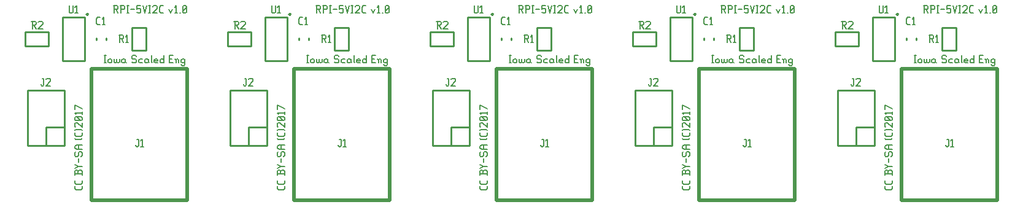
<source format=gbr>
G04 start of page 8 for group -4079 idx -4079 *
G04 Title: (unknown), topsilk *
G04 Creator: pcb 20140316 *
G04 CreationDate: Thu 25 Oct 2018 04:49:50 PM GMT UTC *
G04 For: railfan *
G04 Format: Gerber/RS-274X *
G04 PCB-Dimensions (mil): 5400.00 1100.00 *
G04 PCB-Coordinate-Origin: lower left *
%MOIN*%
%FSLAX25Y25*%
%LNTOPSILK*%
%ADD62C,0.0100*%
%ADD61C,0.0200*%
%ADD60C,0.0080*%
G54D60*X166500Y106500D02*X168500D01*
X169000Y106000D01*
Y105000D01*
X168500Y104500D02*X169000Y105000D01*
X167000Y104500D02*X168500D01*
X167000Y106500D02*Y102500D01*
X167800Y104500D02*X169000Y102500D01*
X170700Y106500D02*Y102500D01*
X170200Y106500D02*X172200D01*
X172700Y106000D01*
Y105000D01*
X172200Y104500D02*X172700Y105000D01*
X170700Y104500D02*X172200D01*
X173900Y106500D02*X174900D01*
X174400D02*Y102500D01*
X173900D02*X174900D01*
X176100Y104500D02*X178100D01*
X179300Y106500D02*X181300D01*
X179300D02*Y104500D01*
X179800Y105000D01*
X180800D01*
X181300Y104500D01*
Y103000D01*
X180800Y102500D02*X181300Y103000D01*
X179800Y102500D02*X180800D01*
X179300Y103000D02*X179800Y102500D01*
X182500Y106500D02*X183500Y102500D01*
X184500Y106500D01*
X185700D02*X186700D01*
X186200D02*Y102500D01*
X185700D02*X186700D01*
X187900Y106000D02*X188400Y106500D01*
X189900D01*
X190400Y106000D01*
Y105000D01*
X187900Y102500D02*X190400Y105000D01*
X187900Y102500D02*X190400D01*
X192300D02*X193600D01*
X191600Y103200D02*X192300Y102500D01*
X191600Y105800D02*Y103200D01*
Y105800D02*X192300Y106500D01*
X193600D01*
X196600Y104500D02*X197600Y102500D01*
X198600Y104500D02*X197600Y102500D01*
X199800Y105700D02*X200600Y106500D01*
Y102500D01*
X199800D02*X201300D01*
X202500D02*X203000D01*
X204200Y103000D02*X204700Y102500D01*
X204200Y106000D02*Y103000D01*
Y106000D02*X204700Y106500D01*
X205700D01*
X206200Y106000D01*
Y103000D01*
X205700Y102500D02*X206200Y103000D01*
X204700Y102500D02*X205700D01*
X204200Y103500D02*X206200Y105500D01*
X161500Y79500D02*X162500D01*
X162000D02*Y75500D01*
X161500D02*X162500D01*
X163700Y77000D02*Y76000D01*
Y77000D02*X164200Y77500D01*
X165200D01*
X165700Y77000D01*
Y76000D01*
X165200Y75500D02*X165700Y76000D01*
X164200Y75500D02*X165200D01*
X163700Y76000D02*X164200Y75500D01*
X166900Y77500D02*Y76000D01*
X167400Y75500D01*
X167900D01*
X168400Y76000D01*
Y77500D02*Y76000D01*
X168900Y75500D01*
X169400D01*
X169900Y76000D01*
Y77500D02*Y76000D01*
X172600Y77500D02*X173100Y77000D01*
X171600Y77500D02*X172600D01*
X171100Y77000D02*X171600Y77500D01*
X171100Y77000D02*Y76000D01*
X171600Y75500D01*
X173100Y77500D02*Y76000D01*
X173600Y75500D01*
X171600D02*X172600D01*
X173100Y76000D01*
X178600Y79500D02*X179100Y79000D01*
X177100Y79500D02*X178600D01*
X176600Y79000D02*X177100Y79500D01*
X176600Y79000D02*Y78000D01*
X177100Y77500D01*
X178600D01*
X179100Y77000D01*
Y76000D01*
X178600Y75500D02*X179100Y76000D01*
X177100Y75500D02*X178600D01*
X176600Y76000D02*X177100Y75500D01*
X180800Y77500D02*X182300D01*
X180300Y77000D02*X180800Y77500D01*
X180300Y77000D02*Y76000D01*
X180800Y75500D01*
X182300D01*
X185000Y77500D02*X185500Y77000D01*
X184000Y77500D02*X185000D01*
X183500Y77000D02*X184000Y77500D01*
X183500Y77000D02*Y76000D01*
X184000Y75500D01*
X185500Y77500D02*Y76000D01*
X186000Y75500D01*
X184000D02*X185000D01*
X185500Y76000D01*
X187200Y79500D02*Y76000D01*
X187700Y75500D01*
X189200D02*X190700D01*
X188700Y76000D02*X189200Y75500D01*
X188700Y77000D02*Y76000D01*
Y77000D02*X189200Y77500D01*
X190200D01*
X190700Y77000D01*
X188700Y76500D02*X190700D01*
Y77000D02*Y76500D01*
X193900Y79500D02*Y75500D01*
X193400D02*X193900Y76000D01*
X192400Y75500D02*X193400D01*
X191900Y76000D02*X192400Y75500D01*
X191900Y77000D02*Y76000D01*
Y77000D02*X192400Y77500D01*
X193400D01*
X193900Y77000D01*
X196900Y77700D02*X198400D01*
X196900Y75500D02*X198900D01*
X196900Y79500D02*Y75500D01*
Y79500D02*X198900D01*
X200600Y77000D02*Y75500D01*
Y77000D02*X201100Y77500D01*
X201600D01*
X202100Y77000D01*
Y75500D01*
X200100Y77500D02*X200600Y77000D01*
X204800Y77500D02*X205300Y77000D01*
X203800Y77500D02*X204800D01*
X203300Y77000D02*X203800Y77500D01*
X203300Y77000D02*Y76000D01*
X203800Y75500D01*
X204800D01*
X205300Y76000D01*
X203300Y74500D02*X203800Y74000D01*
X204800D01*
X205300Y74500D01*
Y77500D02*Y74500D01*
X276500Y106500D02*X278500D01*
X279000Y106000D01*
Y105000D01*
X278500Y104500D02*X279000Y105000D01*
X277000Y104500D02*X278500D01*
X277000Y106500D02*Y102500D01*
X277800Y104500D02*X279000Y102500D01*
X280700Y106500D02*Y102500D01*
X280200Y106500D02*X282200D01*
X282700Y106000D01*
Y105000D01*
X282200Y104500D02*X282700Y105000D01*
X280700Y104500D02*X282200D01*
X283900Y106500D02*X284900D01*
X284400D02*Y102500D01*
X283900D02*X284900D01*
X286100Y104500D02*X288100D01*
X289300Y106500D02*X291300D01*
X289300D02*Y104500D01*
X289800Y105000D01*
X290800D01*
X291300Y104500D01*
Y103000D01*
X290800Y102500D02*X291300Y103000D01*
X289800Y102500D02*X290800D01*
X289300Y103000D02*X289800Y102500D01*
X292500Y106500D02*X293500Y102500D01*
X294500Y106500D01*
X295700D02*X296700D01*
X296200D02*Y102500D01*
X295700D02*X296700D01*
X297900Y106000D02*X298400Y106500D01*
X299900D01*
X300400Y106000D01*
Y105000D01*
X297900Y102500D02*X300400Y105000D01*
X297900Y102500D02*X300400D01*
X302300D02*X303600D01*
X301600Y103200D02*X302300Y102500D01*
X301600Y105800D02*Y103200D01*
Y105800D02*X302300Y106500D01*
X303600D01*
X306600Y104500D02*X307600Y102500D01*
X308600Y104500D02*X307600Y102500D01*
X309800Y105700D02*X310600Y106500D01*
Y102500D01*
X309800D02*X311300D01*
X312500D02*X313000D01*
X314200Y103000D02*X314700Y102500D01*
X314200Y106000D02*Y103000D01*
Y106000D02*X314700Y106500D01*
X315700D01*
X316200Y106000D01*
Y103000D01*
X315700Y102500D02*X316200Y103000D01*
X314700Y102500D02*X315700D01*
X314200Y103500D02*X316200Y105500D01*
X271500Y79500D02*X272500D01*
X272000D02*Y75500D01*
X271500D02*X272500D01*
X273700Y77000D02*Y76000D01*
Y77000D02*X274200Y77500D01*
X275200D01*
X275700Y77000D01*
Y76000D01*
X275200Y75500D02*X275700Y76000D01*
X274200Y75500D02*X275200D01*
X273700Y76000D02*X274200Y75500D01*
X276900Y77500D02*Y76000D01*
X277400Y75500D01*
X277900D01*
X278400Y76000D01*
Y77500D02*Y76000D01*
X278900Y75500D01*
X279400D01*
X279900Y76000D01*
Y77500D02*Y76000D01*
X282600Y77500D02*X283100Y77000D01*
X281600Y77500D02*X282600D01*
X281100Y77000D02*X281600Y77500D01*
X281100Y77000D02*Y76000D01*
X281600Y75500D01*
X283100Y77500D02*Y76000D01*
X283600Y75500D01*
X281600D02*X282600D01*
X283100Y76000D01*
X288600Y79500D02*X289100Y79000D01*
X287100Y79500D02*X288600D01*
X286600Y79000D02*X287100Y79500D01*
X286600Y79000D02*Y78000D01*
X287100Y77500D01*
X288600D01*
X289100Y77000D01*
Y76000D01*
X288600Y75500D02*X289100Y76000D01*
X287100Y75500D02*X288600D01*
X286600Y76000D02*X287100Y75500D01*
X290800Y77500D02*X292300D01*
X290300Y77000D02*X290800Y77500D01*
X290300Y77000D02*Y76000D01*
X290800Y75500D01*
X292300D01*
X295000Y77500D02*X295500Y77000D01*
X294000Y77500D02*X295000D01*
X293500Y77000D02*X294000Y77500D01*
X293500Y77000D02*Y76000D01*
X294000Y75500D01*
X295500Y77500D02*Y76000D01*
X296000Y75500D01*
X294000D02*X295000D01*
X295500Y76000D01*
X297200Y79500D02*Y76000D01*
X297700Y75500D01*
X299200D02*X300700D01*
X298700Y76000D02*X299200Y75500D01*
X298700Y77000D02*Y76000D01*
Y77000D02*X299200Y77500D01*
X300200D01*
X300700Y77000D01*
X298700Y76500D02*X300700D01*
Y77000D02*Y76500D01*
X303900Y79500D02*Y75500D01*
X303400D02*X303900Y76000D01*
X302400Y75500D02*X303400D01*
X301900Y76000D02*X302400Y75500D01*
X301900Y77000D02*Y76000D01*
Y77000D02*X302400Y77500D01*
X303400D01*
X303900Y77000D01*
X306900Y77700D02*X308400D01*
X306900Y75500D02*X308900D01*
X306900Y79500D02*Y75500D01*
Y79500D02*X308900D01*
X310600Y77000D02*Y75500D01*
Y77000D02*X311100Y77500D01*
X311600D01*
X312100Y77000D01*
Y75500D01*
X310100Y77500D02*X310600Y77000D01*
X314800Y77500D02*X315300Y77000D01*
X313800Y77500D02*X314800D01*
X313300Y77000D02*X313800Y77500D01*
X313300Y77000D02*Y76000D01*
X313800Y75500D01*
X314800D01*
X315300Y76000D01*
X313300Y74500D02*X313800Y74000D01*
X314800D01*
X315300Y74500D01*
Y77500D02*Y74500D01*
X56500Y106500D02*X58500D01*
X59000Y106000D01*
Y105000D01*
X58500Y104500D02*X59000Y105000D01*
X57000Y104500D02*X58500D01*
X57000Y106500D02*Y102500D01*
X57800Y104500D02*X59000Y102500D01*
X60700Y106500D02*Y102500D01*
X60200Y106500D02*X62200D01*
X62700Y106000D01*
Y105000D01*
X62200Y104500D02*X62700Y105000D01*
X60700Y104500D02*X62200D01*
X63900Y106500D02*X64900D01*
X64400D02*Y102500D01*
X63900D02*X64900D01*
X66100Y104500D02*X68100D01*
X69300Y106500D02*X71300D01*
X69300D02*Y104500D01*
X69800Y105000D01*
X70800D01*
X71300Y104500D01*
Y103000D01*
X70800Y102500D02*X71300Y103000D01*
X69800Y102500D02*X70800D01*
X69300Y103000D02*X69800Y102500D01*
X72500Y106500D02*X73500Y102500D01*
X74500Y106500D01*
X75700D02*X76700D01*
X76200D02*Y102500D01*
X75700D02*X76700D01*
X77900Y106000D02*X78400Y106500D01*
X79900D01*
X80400Y106000D01*
Y105000D01*
X77900Y102500D02*X80400Y105000D01*
X77900Y102500D02*X80400D01*
X82300D02*X83600D01*
X81600Y103200D02*X82300Y102500D01*
X81600Y105800D02*Y103200D01*
Y105800D02*X82300Y106500D01*
X83600D01*
X86600Y104500D02*X87600Y102500D01*
X88600Y104500D02*X87600Y102500D01*
X89800Y105700D02*X90600Y106500D01*
Y102500D01*
X89800D02*X91300D01*
X92500D02*X93000D01*
X94200Y103000D02*X94700Y102500D01*
X94200Y106000D02*Y103000D01*
Y106000D02*X94700Y106500D01*
X95700D01*
X96200Y106000D01*
Y103000D01*
X95700Y102500D02*X96200Y103000D01*
X94700Y102500D02*X95700D01*
X94200Y103500D02*X96200Y105500D01*
X51500Y79500D02*X52500D01*
X52000D02*Y75500D01*
X51500D02*X52500D01*
X53700Y77000D02*Y76000D01*
Y77000D02*X54200Y77500D01*
X55200D01*
X55700Y77000D01*
Y76000D01*
X55200Y75500D02*X55700Y76000D01*
X54200Y75500D02*X55200D01*
X53700Y76000D02*X54200Y75500D01*
X56900Y77500D02*Y76000D01*
X57400Y75500D01*
X57900D01*
X58400Y76000D01*
Y77500D02*Y76000D01*
X58900Y75500D01*
X59400D01*
X59900Y76000D01*
Y77500D02*Y76000D01*
X62600Y77500D02*X63100Y77000D01*
X61600Y77500D02*X62600D01*
X61100Y77000D02*X61600Y77500D01*
X61100Y77000D02*Y76000D01*
X61600Y75500D01*
X63100Y77500D02*Y76000D01*
X63600Y75500D01*
X61600D02*X62600D01*
X63100Y76000D01*
X68600Y79500D02*X69100Y79000D01*
X67100Y79500D02*X68600D01*
X66600Y79000D02*X67100Y79500D01*
X66600Y79000D02*Y78000D01*
X67100Y77500D01*
X68600D01*
X69100Y77000D01*
Y76000D01*
X68600Y75500D02*X69100Y76000D01*
X67100Y75500D02*X68600D01*
X66600Y76000D02*X67100Y75500D01*
X70800Y77500D02*X72300D01*
X70300Y77000D02*X70800Y77500D01*
X70300Y77000D02*Y76000D01*
X70800Y75500D01*
X72300D01*
X75000Y77500D02*X75500Y77000D01*
X74000Y77500D02*X75000D01*
X73500Y77000D02*X74000Y77500D01*
X73500Y77000D02*Y76000D01*
X74000Y75500D01*
X75500Y77500D02*Y76000D01*
X76000Y75500D01*
X74000D02*X75000D01*
X75500Y76000D01*
X77200Y79500D02*Y76000D01*
X77700Y75500D01*
X79200D02*X80700D01*
X78700Y76000D02*X79200Y75500D01*
X78700Y77000D02*Y76000D01*
Y77000D02*X79200Y77500D01*
X80200D01*
X80700Y77000D01*
X78700Y76500D02*X80700D01*
Y77000D02*Y76500D01*
X83900Y79500D02*Y75500D01*
X83400D02*X83900Y76000D01*
X82400Y75500D02*X83400D01*
X81900Y76000D02*X82400Y75500D01*
X81900Y77000D02*Y76000D01*
Y77000D02*X82400Y77500D01*
X83400D01*
X83900Y77000D01*
X86900Y77700D02*X88400D01*
X86900Y75500D02*X88900D01*
X86900Y79500D02*Y75500D01*
Y79500D02*X88900D01*
X90600Y77000D02*Y75500D01*
Y77000D02*X91100Y77500D01*
X91600D01*
X92100Y77000D01*
Y75500D01*
X90100Y77500D02*X90600Y77000D01*
X94800Y77500D02*X95300Y77000D01*
X93800Y77500D02*X94800D01*
X93300Y77000D02*X93800Y77500D01*
X93300Y77000D02*Y76000D01*
X93800Y75500D01*
X94800D01*
X95300Y76000D01*
X93300Y74500D02*X93800Y74000D01*
X94800D01*
X95300Y74500D01*
Y77500D02*Y74500D01*
X39500Y8500D02*Y7200D01*
X38800Y6500D02*X39500Y7200D01*
X36200Y6500D02*X38800D01*
X36200D02*X35500Y7200D01*
Y8500D02*Y7200D01*
X39500Y11700D02*Y10400D01*
X38800Y9700D02*X39500Y10400D01*
X36200Y9700D02*X38800D01*
X36200D02*X35500Y10400D01*
Y11700D02*Y10400D01*
X39500Y16700D02*Y14700D01*
Y16700D02*X39000Y17200D01*
X37800D02*X39000D01*
X37300Y16700D02*X37800Y17200D01*
X37300Y16700D02*Y15200D01*
X35500D02*X39500D01*
X35500Y16700D02*Y14700D01*
Y16700D02*X36000Y17200D01*
X36800D01*
X37300Y16700D02*X36800Y17200D01*
X35500Y18400D02*X37500Y19400D01*
X35500Y20400D01*
X37500Y19400D02*X39500D01*
X37500Y23600D02*Y21600D01*
X35500Y26800D02*X36000Y27300D01*
X35500Y26800D02*Y25300D01*
X36000Y24800D02*X35500Y25300D01*
X36000Y24800D02*X37000D01*
X37500Y25300D01*
Y26800D02*Y25300D01*
Y26800D02*X38000Y27300D01*
X39000D01*
X39500Y26800D02*X39000Y27300D01*
X39500Y26800D02*Y25300D01*
X39000Y24800D02*X39500Y25300D01*
X36500Y28500D02*X39500D01*
X36500D02*X35500Y29200D01*
Y30300D02*Y29200D01*
Y30300D02*X36500Y31000D01*
X39500D01*
X37500D02*Y28500D01*
X39000Y34000D02*X39500Y34500D01*
X36000Y34000D02*X35500Y34500D01*
X36000Y34000D02*X39000D01*
X39500Y37700D02*Y36400D01*
X38800Y35700D02*X39500Y36400D01*
X36200Y35700D02*X38800D01*
X36200D02*X35500Y36400D01*
Y37700D02*Y36400D01*
Y38900D02*X36000Y39400D01*
X39000D01*
X39500Y38900D02*X39000Y39400D01*
X36000Y40600D02*X35500Y41100D01*
Y42600D02*Y41100D01*
Y42600D02*X36000Y43100D01*
X37000D01*
X39500Y40600D02*X37000Y43100D01*
X39500D02*Y40600D01*
X39000Y44300D02*X39500Y44800D01*
X36000Y44300D02*X39000D01*
X36000D02*X35500Y44800D01*
Y45800D02*Y44800D01*
Y45800D02*X36000Y46300D01*
X39000D01*
X39500Y45800D02*X39000Y46300D01*
X39500Y45800D02*Y44800D01*
X38500Y44300D02*X36500Y46300D01*
X36300Y47500D02*X35500Y48300D01*
X39500D01*
Y49000D02*Y47500D01*
Y50700D02*X35500Y52700D01*
Y50200D01*
X149500Y8500D02*Y7200D01*
X148800Y6500D02*X149500Y7200D01*
X146200Y6500D02*X148800D01*
X146200D02*X145500Y7200D01*
Y8500D02*Y7200D01*
X149500Y11700D02*Y10400D01*
X148800Y9700D02*X149500Y10400D01*
X146200Y9700D02*X148800D01*
X146200D02*X145500Y10400D01*
Y11700D02*Y10400D01*
X149500Y16700D02*Y14700D01*
Y16700D02*X149000Y17200D01*
X147800D02*X149000D01*
X147300Y16700D02*X147800Y17200D01*
X147300Y16700D02*Y15200D01*
X145500D02*X149500D01*
X145500Y16700D02*Y14700D01*
Y16700D02*X146000Y17200D01*
X146800D01*
X147300Y16700D02*X146800Y17200D01*
X145500Y18400D02*X147500Y19400D01*
X145500Y20400D01*
X147500Y19400D02*X149500D01*
X147500Y23600D02*Y21600D01*
X145500Y26800D02*X146000Y27300D01*
X145500Y26800D02*Y25300D01*
X146000Y24800D02*X145500Y25300D01*
X146000Y24800D02*X147000D01*
X147500Y25300D01*
Y26800D02*Y25300D01*
Y26800D02*X148000Y27300D01*
X149000D01*
X149500Y26800D02*X149000Y27300D01*
X149500Y26800D02*Y25300D01*
X149000Y24800D02*X149500Y25300D01*
X146500Y28500D02*X149500D01*
X146500D02*X145500Y29200D01*
Y30300D02*Y29200D01*
Y30300D02*X146500Y31000D01*
X149500D01*
X147500D02*Y28500D01*
X149000Y34000D02*X149500Y34500D01*
X146000Y34000D02*X145500Y34500D01*
X146000Y34000D02*X149000D01*
X149500Y37700D02*Y36400D01*
X148800Y35700D02*X149500Y36400D01*
X146200Y35700D02*X148800D01*
X146200D02*X145500Y36400D01*
Y37700D02*Y36400D01*
Y38900D02*X146000Y39400D01*
X149000D01*
X149500Y38900D02*X149000Y39400D01*
X146000Y40600D02*X145500Y41100D01*
Y42600D02*Y41100D01*
Y42600D02*X146000Y43100D01*
X147000D01*
X149500Y40600D02*X147000Y43100D01*
X149500D02*Y40600D01*
X149000Y44300D02*X149500Y44800D01*
X146000Y44300D02*X149000D01*
X146000D02*X145500Y44800D01*
Y45800D02*Y44800D01*
Y45800D02*X146000Y46300D01*
X149000D01*
X149500Y45800D02*X149000Y46300D01*
X149500Y45800D02*Y44800D01*
X148500Y44300D02*X146500Y46300D01*
X146300Y47500D02*X145500Y48300D01*
X149500D01*
Y49000D02*Y47500D01*
Y50700D02*X145500Y52700D01*
Y50200D01*
X259500Y8500D02*Y7200D01*
X258800Y6500D02*X259500Y7200D01*
X256200Y6500D02*X258800D01*
X256200D02*X255500Y7200D01*
Y8500D02*Y7200D01*
X259500Y11700D02*Y10400D01*
X258800Y9700D02*X259500Y10400D01*
X256200Y9700D02*X258800D01*
X256200D02*X255500Y10400D01*
Y11700D02*Y10400D01*
X259500Y16700D02*Y14700D01*
Y16700D02*X259000Y17200D01*
X257800D02*X259000D01*
X257300Y16700D02*X257800Y17200D01*
X257300Y16700D02*Y15200D01*
X255500D02*X259500D01*
X255500Y16700D02*Y14700D01*
Y16700D02*X256000Y17200D01*
X256800D01*
X257300Y16700D02*X256800Y17200D01*
X255500Y18400D02*X257500Y19400D01*
X255500Y20400D01*
X257500Y19400D02*X259500D01*
X257500Y23600D02*Y21600D01*
X255500Y26800D02*X256000Y27300D01*
X255500Y26800D02*Y25300D01*
X256000Y24800D02*X255500Y25300D01*
X256000Y24800D02*X257000D01*
X257500Y25300D01*
Y26800D02*Y25300D01*
Y26800D02*X258000Y27300D01*
X259000D01*
X259500Y26800D02*X259000Y27300D01*
X259500Y26800D02*Y25300D01*
X259000Y24800D02*X259500Y25300D01*
X256500Y28500D02*X259500D01*
X256500D02*X255500Y29200D01*
Y30300D02*Y29200D01*
Y30300D02*X256500Y31000D01*
X259500D01*
X257500D02*Y28500D01*
X259000Y34000D02*X259500Y34500D01*
X256000Y34000D02*X255500Y34500D01*
X256000Y34000D02*X259000D01*
X259500Y37700D02*Y36400D01*
X258800Y35700D02*X259500Y36400D01*
X256200Y35700D02*X258800D01*
X256200D02*X255500Y36400D01*
Y37700D02*Y36400D01*
Y38900D02*X256000Y39400D01*
X259000D01*
X259500Y38900D02*X259000Y39400D01*
X256000Y40600D02*X255500Y41100D01*
Y42600D02*Y41100D01*
Y42600D02*X256000Y43100D01*
X257000D01*
X259500Y40600D02*X257000Y43100D01*
X259500D02*Y40600D01*
X259000Y44300D02*X259500Y44800D01*
X256000Y44300D02*X259000D01*
X256000D02*X255500Y44800D01*
Y45800D02*Y44800D01*
Y45800D02*X256000Y46300D01*
X259000D01*
X259500Y45800D02*X259000Y46300D01*
X259500Y45800D02*Y44800D01*
X258500Y44300D02*X256500Y46300D01*
X256300Y47500D02*X255500Y48300D01*
X259500D01*
Y49000D02*Y47500D01*
Y50700D02*X255500Y52700D01*
Y50200D01*
X386500Y106500D02*X388500D01*
X389000Y106000D01*
Y105000D01*
X388500Y104500D02*X389000Y105000D01*
X387000Y104500D02*X388500D01*
X387000Y106500D02*Y102500D01*
X387800Y104500D02*X389000Y102500D01*
X390700Y106500D02*Y102500D01*
X390200Y106500D02*X392200D01*
X392700Y106000D01*
Y105000D01*
X392200Y104500D02*X392700Y105000D01*
X390700Y104500D02*X392200D01*
X393900Y106500D02*X394900D01*
X394400D02*Y102500D01*
X393900D02*X394900D01*
X396100Y104500D02*X398100D01*
X399300Y106500D02*X401300D01*
X399300D02*Y104500D01*
X399800Y105000D01*
X400800D01*
X401300Y104500D01*
Y103000D01*
X400800Y102500D02*X401300Y103000D01*
X399800Y102500D02*X400800D01*
X399300Y103000D02*X399800Y102500D01*
X402500Y106500D02*X403500Y102500D01*
X404500Y106500D01*
X405700D02*X406700D01*
X406200D02*Y102500D01*
X405700D02*X406700D01*
X407900Y106000D02*X408400Y106500D01*
X409900D01*
X410400Y106000D01*
Y105000D01*
X407900Y102500D02*X410400Y105000D01*
X407900Y102500D02*X410400D01*
X412300D02*X413600D01*
X411600Y103200D02*X412300Y102500D01*
X411600Y105800D02*Y103200D01*
Y105800D02*X412300Y106500D01*
X413600D01*
X416600Y104500D02*X417600Y102500D01*
X418600Y104500D02*X417600Y102500D01*
X419800Y105700D02*X420600Y106500D01*
Y102500D01*
X419800D02*X421300D01*
X422500D02*X423000D01*
X424200Y103000D02*X424700Y102500D01*
X424200Y106000D02*Y103000D01*
Y106000D02*X424700Y106500D01*
X425700D01*
X426200Y106000D01*
Y103000D01*
X425700Y102500D02*X426200Y103000D01*
X424700Y102500D02*X425700D01*
X424200Y103500D02*X426200Y105500D01*
X496500Y106500D02*X498500D01*
X499000Y106000D01*
Y105000D01*
X498500Y104500D02*X499000Y105000D01*
X497000Y104500D02*X498500D01*
X497000Y106500D02*Y102500D01*
X497800Y104500D02*X499000Y102500D01*
X500700Y106500D02*Y102500D01*
X500200Y106500D02*X502200D01*
X502700Y106000D01*
Y105000D01*
X502200Y104500D02*X502700Y105000D01*
X500700Y104500D02*X502200D01*
X503900Y106500D02*X504900D01*
X504400D02*Y102500D01*
X503900D02*X504900D01*
X506100Y104500D02*X508100D01*
X509300Y106500D02*X511300D01*
X509300D02*Y104500D01*
X509800Y105000D01*
X510800D01*
X511300Y104500D01*
Y103000D01*
X510800Y102500D02*X511300Y103000D01*
X509800Y102500D02*X510800D01*
X509300Y103000D02*X509800Y102500D01*
X512500Y106500D02*X513500Y102500D01*
X514500Y106500D01*
X515700D02*X516700D01*
X516200D02*Y102500D01*
X515700D02*X516700D01*
X517900Y106000D02*X518400Y106500D01*
X519900D01*
X520400Y106000D01*
Y105000D01*
X517900Y102500D02*X520400Y105000D01*
X517900Y102500D02*X520400D01*
X522300D02*X523600D01*
X521600Y103200D02*X522300Y102500D01*
X521600Y105800D02*Y103200D01*
Y105800D02*X522300Y106500D01*
X523600D01*
X526600Y104500D02*X527600Y102500D01*
X528600Y104500D02*X527600Y102500D01*
X529800Y105700D02*X530600Y106500D01*
Y102500D01*
X529800D02*X531300D01*
X532500D02*X533000D01*
X534200Y103000D02*X534700Y102500D01*
X534200Y106000D02*Y103000D01*
Y106000D02*X534700Y106500D01*
X535700D01*
X536200Y106000D01*
Y103000D01*
X535700Y102500D02*X536200Y103000D01*
X534700Y102500D02*X535700D01*
X534200Y103500D02*X536200Y105500D01*
X381500Y79500D02*X382500D01*
X382000D02*Y75500D01*
X381500D02*X382500D01*
X383700Y77000D02*Y76000D01*
Y77000D02*X384200Y77500D01*
X385200D01*
X385700Y77000D01*
Y76000D01*
X385200Y75500D02*X385700Y76000D01*
X384200Y75500D02*X385200D01*
X383700Y76000D02*X384200Y75500D01*
X386900Y77500D02*Y76000D01*
X387400Y75500D01*
X387900D01*
X388400Y76000D01*
Y77500D02*Y76000D01*
X388900Y75500D01*
X389400D01*
X389900Y76000D01*
Y77500D02*Y76000D01*
X392600Y77500D02*X393100Y77000D01*
X391600Y77500D02*X392600D01*
X391100Y77000D02*X391600Y77500D01*
X391100Y77000D02*Y76000D01*
X391600Y75500D01*
X393100Y77500D02*Y76000D01*
X393600Y75500D01*
X391600D02*X392600D01*
X393100Y76000D01*
X398600Y79500D02*X399100Y79000D01*
X397100Y79500D02*X398600D01*
X396600Y79000D02*X397100Y79500D01*
X396600Y79000D02*Y78000D01*
X397100Y77500D01*
X398600D01*
X399100Y77000D01*
Y76000D01*
X398600Y75500D02*X399100Y76000D01*
X397100Y75500D02*X398600D01*
X396600Y76000D02*X397100Y75500D01*
X400800Y77500D02*X402300D01*
X400300Y77000D02*X400800Y77500D01*
X400300Y77000D02*Y76000D01*
X400800Y75500D01*
X402300D01*
X405000Y77500D02*X405500Y77000D01*
X404000Y77500D02*X405000D01*
X403500Y77000D02*X404000Y77500D01*
X403500Y77000D02*Y76000D01*
X404000Y75500D01*
X405500Y77500D02*Y76000D01*
X406000Y75500D01*
X404000D02*X405000D01*
X405500Y76000D01*
X407200Y79500D02*Y76000D01*
X407700Y75500D01*
X409200D02*X410700D01*
X408700Y76000D02*X409200Y75500D01*
X408700Y77000D02*Y76000D01*
Y77000D02*X409200Y77500D01*
X410200D01*
X410700Y77000D01*
X408700Y76500D02*X410700D01*
Y77000D02*Y76500D01*
X413900Y79500D02*Y75500D01*
X413400D02*X413900Y76000D01*
X412400Y75500D02*X413400D01*
X411900Y76000D02*X412400Y75500D01*
X411900Y77000D02*Y76000D01*
Y77000D02*X412400Y77500D01*
X413400D01*
X413900Y77000D01*
X416900Y77700D02*X418400D01*
X416900Y75500D02*X418900D01*
X416900Y79500D02*Y75500D01*
Y79500D02*X418900D01*
X420600Y77000D02*Y75500D01*
Y77000D02*X421100Y77500D01*
X421600D01*
X422100Y77000D01*
Y75500D01*
X420100Y77500D02*X420600Y77000D01*
X424800Y77500D02*X425300Y77000D01*
X423800Y77500D02*X424800D01*
X423300Y77000D02*X423800Y77500D01*
X423300Y77000D02*Y76000D01*
X423800Y75500D01*
X424800D01*
X425300Y76000D01*
X423300Y74500D02*X423800Y74000D01*
X424800D01*
X425300Y74500D01*
Y77500D02*Y74500D01*
X491500Y79500D02*X492500D01*
X492000D02*Y75500D01*
X491500D02*X492500D01*
X493700Y77000D02*Y76000D01*
Y77000D02*X494200Y77500D01*
X495200D01*
X495700Y77000D01*
Y76000D01*
X495200Y75500D02*X495700Y76000D01*
X494200Y75500D02*X495200D01*
X493700Y76000D02*X494200Y75500D01*
X496900Y77500D02*Y76000D01*
X497400Y75500D01*
X497900D01*
X498400Y76000D01*
Y77500D02*Y76000D01*
X498900Y75500D01*
X499400D01*
X499900Y76000D01*
Y77500D02*Y76000D01*
X502600Y77500D02*X503100Y77000D01*
X501600Y77500D02*X502600D01*
X501100Y77000D02*X501600Y77500D01*
X501100Y77000D02*Y76000D01*
X501600Y75500D01*
X503100Y77500D02*Y76000D01*
X503600Y75500D01*
X501600D02*X502600D01*
X503100Y76000D01*
X508600Y79500D02*X509100Y79000D01*
X507100Y79500D02*X508600D01*
X506600Y79000D02*X507100Y79500D01*
X506600Y79000D02*Y78000D01*
X507100Y77500D01*
X508600D01*
X509100Y77000D01*
Y76000D01*
X508600Y75500D02*X509100Y76000D01*
X507100Y75500D02*X508600D01*
X506600Y76000D02*X507100Y75500D01*
X510800Y77500D02*X512300D01*
X510300Y77000D02*X510800Y77500D01*
X510300Y77000D02*Y76000D01*
X510800Y75500D01*
X512300D01*
X515000Y77500D02*X515500Y77000D01*
X514000Y77500D02*X515000D01*
X513500Y77000D02*X514000Y77500D01*
X513500Y77000D02*Y76000D01*
X514000Y75500D01*
X515500Y77500D02*Y76000D01*
X516000Y75500D01*
X514000D02*X515000D01*
X515500Y76000D01*
X517200Y79500D02*Y76000D01*
X517700Y75500D01*
X519200D02*X520700D01*
X518700Y76000D02*X519200Y75500D01*
X518700Y77000D02*Y76000D01*
Y77000D02*X519200Y77500D01*
X520200D01*
X520700Y77000D01*
X518700Y76500D02*X520700D01*
Y77000D02*Y76500D01*
X523900Y79500D02*Y75500D01*
X523400D02*X523900Y76000D01*
X522400Y75500D02*X523400D01*
X521900Y76000D02*X522400Y75500D01*
X521900Y77000D02*Y76000D01*
Y77000D02*X522400Y77500D01*
X523400D01*
X523900Y77000D01*
X526900Y77700D02*X528400D01*
X526900Y75500D02*X528900D01*
X526900Y79500D02*Y75500D01*
Y79500D02*X528900D01*
X530600Y77000D02*Y75500D01*
Y77000D02*X531100Y77500D01*
X531600D01*
X532100Y77000D01*
Y75500D01*
X530100Y77500D02*X530600Y77000D01*
X534800Y77500D02*X535300Y77000D01*
X533800Y77500D02*X534800D01*
X533300Y77000D02*X533800Y77500D01*
X533300Y77000D02*Y76000D01*
X533800Y75500D01*
X534800D01*
X535300Y76000D01*
X533300Y74500D02*X533800Y74000D01*
X534800D01*
X535300Y74500D01*
Y77500D02*Y74500D01*
X369500Y8500D02*Y7200D01*
X368800Y6500D02*X369500Y7200D01*
X366200Y6500D02*X368800D01*
X366200D02*X365500Y7200D01*
Y8500D02*Y7200D01*
X369500Y11700D02*Y10400D01*
X368800Y9700D02*X369500Y10400D01*
X366200Y9700D02*X368800D01*
X366200D02*X365500Y10400D01*
Y11700D02*Y10400D01*
X369500Y16700D02*Y14700D01*
Y16700D02*X369000Y17200D01*
X367800D02*X369000D01*
X367300Y16700D02*X367800Y17200D01*
X367300Y16700D02*Y15200D01*
X365500D02*X369500D01*
X365500Y16700D02*Y14700D01*
Y16700D02*X366000Y17200D01*
X366800D01*
X367300Y16700D02*X366800Y17200D01*
X365500Y18400D02*X367500Y19400D01*
X365500Y20400D01*
X367500Y19400D02*X369500D01*
X367500Y23600D02*Y21600D01*
X365500Y26800D02*X366000Y27300D01*
X365500Y26800D02*Y25300D01*
X366000Y24800D02*X365500Y25300D01*
X366000Y24800D02*X367000D01*
X367500Y25300D01*
Y26800D02*Y25300D01*
Y26800D02*X368000Y27300D01*
X369000D01*
X369500Y26800D02*X369000Y27300D01*
X369500Y26800D02*Y25300D01*
X369000Y24800D02*X369500Y25300D01*
X366500Y28500D02*X369500D01*
X366500D02*X365500Y29200D01*
Y30300D02*Y29200D01*
Y30300D02*X366500Y31000D01*
X369500D01*
X367500D02*Y28500D01*
X369000Y34000D02*X369500Y34500D01*
X366000Y34000D02*X365500Y34500D01*
X366000Y34000D02*X369000D01*
X369500Y37700D02*Y36400D01*
X368800Y35700D02*X369500Y36400D01*
X366200Y35700D02*X368800D01*
X366200D02*X365500Y36400D01*
Y37700D02*Y36400D01*
Y38900D02*X366000Y39400D01*
X369000D01*
X369500Y38900D02*X369000Y39400D01*
X366000Y40600D02*X365500Y41100D01*
Y42600D02*Y41100D01*
Y42600D02*X366000Y43100D01*
X367000D01*
X369500Y40600D02*X367000Y43100D01*
X369500D02*Y40600D01*
X369000Y44300D02*X369500Y44800D01*
X366000Y44300D02*X369000D01*
X366000D02*X365500Y44800D01*
Y45800D02*Y44800D01*
Y45800D02*X366000Y46300D01*
X369000D01*
X369500Y45800D02*X369000Y46300D01*
X369500Y45800D02*Y44800D01*
X368500Y44300D02*X366500Y46300D01*
X366300Y47500D02*X365500Y48300D01*
X369500D01*
Y49000D02*Y47500D01*
Y50700D02*X365500Y52700D01*
Y50200D01*
X479500Y8500D02*Y7200D01*
X478800Y6500D02*X479500Y7200D01*
X476200Y6500D02*X478800D01*
X476200D02*X475500Y7200D01*
Y8500D02*Y7200D01*
X479500Y11700D02*Y10400D01*
X478800Y9700D02*X479500Y10400D01*
X476200Y9700D02*X478800D01*
X476200D02*X475500Y10400D01*
Y11700D02*Y10400D01*
X479500Y16700D02*Y14700D01*
Y16700D02*X479000Y17200D01*
X477800D02*X479000D01*
X477300Y16700D02*X477800Y17200D01*
X477300Y16700D02*Y15200D01*
X475500D02*X479500D01*
X475500Y16700D02*Y14700D01*
Y16700D02*X476000Y17200D01*
X476800D01*
X477300Y16700D02*X476800Y17200D01*
X475500Y18400D02*X477500Y19400D01*
X475500Y20400D01*
X477500Y19400D02*X479500D01*
X477500Y23600D02*Y21600D01*
X475500Y26800D02*X476000Y27300D01*
X475500Y26800D02*Y25300D01*
X476000Y24800D02*X475500Y25300D01*
X476000Y24800D02*X477000D01*
X477500Y25300D01*
Y26800D02*Y25300D01*
Y26800D02*X478000Y27300D01*
X479000D01*
X479500Y26800D02*X479000Y27300D01*
X479500Y26800D02*Y25300D01*
X479000Y24800D02*X479500Y25300D01*
X476500Y28500D02*X479500D01*
X476500D02*X475500Y29200D01*
Y30300D02*Y29200D01*
Y30300D02*X476500Y31000D01*
X479500D01*
X477500D02*Y28500D01*
X479000Y34000D02*X479500Y34500D01*
X476000Y34000D02*X475500Y34500D01*
X476000Y34000D02*X479000D01*
X479500Y37700D02*Y36400D01*
X478800Y35700D02*X479500Y36400D01*
X476200Y35700D02*X478800D01*
X476200D02*X475500Y36400D01*
Y37700D02*Y36400D01*
Y38900D02*X476000Y39400D01*
X479000D01*
X479500Y38900D02*X479000Y39400D01*
X476000Y40600D02*X475500Y41100D01*
Y42600D02*Y41100D01*
Y42600D02*X476000Y43100D01*
X477000D01*
X479500Y40600D02*X477000Y43100D01*
X479500D02*Y40600D01*
X479000Y44300D02*X479500Y44800D01*
X476000Y44300D02*X479000D01*
X476000D02*X475500Y44800D01*
Y45800D02*Y44800D01*
Y45800D02*X476000Y46300D01*
X479000D01*
X479500Y45800D02*X479000Y46300D01*
X479500Y45800D02*Y44800D01*
X478500Y44300D02*X476500Y46300D01*
X476300Y47500D02*X475500Y48300D01*
X479500D01*
Y49000D02*Y47500D01*
Y50700D02*X475500Y52700D01*
Y50200D01*
G54D61*X206500Y72300D02*Y1000D01*
X154500Y72300D02*Y1000D01*
Y72300D02*X206500D01*
X154500Y1000D02*X206500Y980D01*
G54D62*X250000Y60700D02*Y30700D01*
X230000Y60700D02*X250000D01*
X230000D02*Y30700D01*
X250000D01*
X240000Y40700D02*X250000D01*
X240000D02*Y30700D01*
G54D61*X316500Y72300D02*Y1000D01*
X264500Y72300D02*Y1000D01*
Y72300D02*X316500D01*
X264500Y1000D02*X316500Y980D01*
G54D62*X184241Y94799D02*Y82201D01*
X176759D02*X184241D01*
X176759Y94799D02*Y82201D01*
Y94799D02*X184241D01*
X228701Y92241D02*X241299D01*
Y84759D01*
X228701D02*X241299D01*
X228701Y92241D02*Y84759D01*
X267245Y88893D02*Y88107D01*
X272755Y88893D02*Y88107D01*
X260906Y100311D02*Y76689D01*
X249094D02*X260906D01*
X249094Y100311D02*Y76689D01*
Y100311D02*X260906D01*
X262406Y102311D02*G75*G03X262406Y102311I0J-500D01*G01*
X74241Y94799D02*Y82201D01*
X66759D02*X74241D01*
X66759Y94799D02*Y82201D01*
Y94799D02*X74241D01*
G54D61*X96500Y72300D02*Y1000D01*
X44500Y72300D02*Y1000D01*
Y72300D02*X96500D01*
X44500Y1000D02*X96500Y980D01*
G54D62*X8701Y92241D02*X21299D01*
Y84759D01*
X8701D02*X21299D01*
X8701Y92241D02*Y84759D01*
X47245Y88893D02*Y88107D01*
X52755Y88893D02*Y88107D01*
X40906Y100311D02*Y76689D01*
X29094D02*X40906D01*
X29094Y100311D02*Y76689D01*
Y100311D02*X40906D01*
X42406Y102311D02*G75*G03X42406Y102311I0J-500D01*G01*
X30000Y60700D02*Y30700D01*
X10000Y60700D02*X30000D01*
X10000D02*Y30700D01*
X30000D01*
X20000Y40700D02*X30000D01*
X20000D02*Y30700D01*
X118701Y92241D02*X131299D01*
Y84759D01*
X118701D02*X131299D01*
X118701Y92241D02*Y84759D01*
X140000Y60700D02*Y30700D01*
X120000Y60700D02*X140000D01*
X120000D02*Y30700D01*
X140000D01*
X130000Y40700D02*X140000D01*
X130000D02*Y30700D01*
X157245Y88893D02*Y88107D01*
X162755Y88893D02*Y88107D01*
X150906Y100311D02*Y76689D01*
X139094D02*X150906D01*
X139094Y100311D02*Y76689D01*
Y100311D02*X150906D01*
X152406Y102311D02*G75*G03X152406Y102311I0J-500D01*G01*
X294241Y94799D02*Y82201D01*
X286759D02*X294241D01*
X286759Y94799D02*Y82201D01*
Y94799D02*X294241D01*
X338701Y92241D02*X351299D01*
Y84759D01*
X338701D02*X351299D01*
X338701Y92241D02*Y84759D01*
X404241Y94799D02*Y82201D01*
X396759D02*X404241D01*
X396759Y94799D02*Y82201D01*
Y94799D02*X404241D01*
G54D61*X426500Y72300D02*Y1000D01*
X374500Y72300D02*Y1000D01*
Y72300D02*X426500D01*
X374500Y1000D02*X426500Y980D01*
G54D62*X377245Y88893D02*Y88107D01*
X382755Y88893D02*Y88107D01*
X370906Y100311D02*Y76689D01*
X359094D02*X370906D01*
X359094Y100311D02*Y76689D01*
Y100311D02*X370906D01*
X372406Y102311D02*G75*G03X372406Y102311I0J-500D01*G01*
X360000Y60700D02*Y30700D01*
X340000Y60700D02*X360000D01*
X340000D02*Y30700D01*
X360000D01*
X350000Y40700D02*X360000D01*
X350000D02*Y30700D01*
X448701Y92241D02*X461299D01*
Y84759D01*
X448701D02*X461299D01*
X448701Y92241D02*Y84759D01*
X514241Y94799D02*Y82201D01*
X506759D02*X514241D01*
X506759Y94799D02*Y82201D01*
Y94799D02*X514241D01*
X487245Y88893D02*Y88107D01*
X492755Y88893D02*Y88107D01*
X480906Y100311D02*Y76689D01*
X469094D02*X480906D01*
X469094Y100311D02*Y76689D01*
Y100311D02*X480906D01*
X482406Y102311D02*G75*G03X482406Y102311I0J-500D01*G01*
X470000Y60700D02*Y30700D01*
X450000Y60700D02*X470000D01*
X450000D02*Y30700D01*
X470000D01*
X460000Y40700D02*X470000D01*
X460000D02*Y30700D01*
G54D61*X536500Y72300D02*Y1000D01*
X484500Y72300D02*Y1000D01*
Y72300D02*X536500D01*
X484500Y1000D02*X536500Y980D01*
G54D60*X127900Y67000D02*X128700D01*
Y63500D01*
X128200Y63000D02*X128700Y63500D01*
X127700Y63000D02*X128200D01*
X127200Y63500D02*X127700Y63000D01*
X127200Y64000D02*Y63500D01*
X129900Y66500D02*X130400Y67000D01*
X131900D01*
X132400Y66500D01*
Y65500D01*
X129900Y63000D02*X132400Y65500D01*
X129900Y63000D02*X132400D01*
X237900Y67000D02*X238700D01*
Y63500D01*
X238200Y63000D02*X238700Y63500D01*
X237700Y63000D02*X238200D01*
X237200Y63500D02*X237700Y63000D01*
X237200Y64000D02*Y63500D01*
X239900Y66500D02*X240400Y67000D01*
X241900D01*
X242400Y66500D01*
Y65500D01*
X239900Y63000D02*X242400Y65500D01*
X239900Y63000D02*X242400D01*
X347900Y67000D02*X348700D01*
Y63500D01*
X348200Y63000D02*X348700Y63500D01*
X347700Y63000D02*X348200D01*
X347200Y63500D02*X347700Y63000D01*
X347200Y64000D02*Y63500D01*
X349900Y66500D02*X350400Y67000D01*
X351900D01*
X352400Y66500D01*
Y65500D01*
X349900Y63000D02*X352400Y65500D01*
X349900Y63000D02*X352400D01*
X169500Y90500D02*X171500D01*
X172000Y90000D01*
Y89000D01*
X171500Y88500D02*X172000Y89000D01*
X170000Y88500D02*X171500D01*
X170000Y90500D02*Y86500D01*
X170800Y88500D02*X172000Y86500D01*
X173200Y89700D02*X174000Y90500D01*
Y86500D01*
X173200D02*X174700D01*
X279500Y90500D02*X281500D01*
X282000Y90000D01*
Y89000D01*
X281500Y88500D02*X282000Y89000D01*
X280000Y88500D02*X281500D01*
X280000Y90500D02*Y86500D01*
X280800Y88500D02*X282000Y86500D01*
X283200Y89700D02*X284000Y90500D01*
Y86500D01*
X283200D02*X284700D01*
X389500Y90500D02*X391500D01*
X392000Y90000D01*
Y89000D01*
X391500Y88500D02*X392000Y89000D01*
X390000Y88500D02*X391500D01*
X390000Y90500D02*Y86500D01*
X390800Y88500D02*X392000Y86500D01*
X393200Y89700D02*X394000Y90500D01*
Y86500D01*
X393200D02*X394700D01*
X499500Y90500D02*X501500D01*
X502000Y90000D01*
Y89000D01*
X501500Y88500D02*X502000Y89000D01*
X500000Y88500D02*X501500D01*
X500000Y90500D02*Y86500D01*
X500800Y88500D02*X502000Y86500D01*
X503200Y89700D02*X504000Y90500D01*
Y86500D01*
X503200D02*X504700D01*
X268093Y96150D02*X269393D01*
X267393Y96850D02*X268093Y96150D01*
X267393Y99450D02*Y96850D01*
Y99450D02*X268093Y100150D01*
X269393D01*
X270593Y99350D02*X271393Y100150D01*
Y96150D01*
X270593D02*X272093D01*
X252500Y106500D02*Y103000D01*
X253000Y102500D01*
X254000D01*
X254500Y103000D01*
Y106500D02*Y103000D01*
X255700Y105700D02*X256500Y106500D01*
Y102500D01*
X255700D02*X257200D01*
X342000Y98000D02*X344000D01*
X344500Y97500D01*
Y96500D01*
X344000Y96000D02*X344500Y96500D01*
X342500Y96000D02*X344000D01*
X342500Y98000D02*Y94000D01*
X343300Y96000D02*X344500Y94000D01*
X345700Y97500D02*X346200Y98000D01*
X347700D01*
X348200Y97500D01*
Y96500D01*
X345700Y94000D02*X348200Y96500D01*
X345700Y94000D02*X348200D01*
X378093Y96150D02*X379393D01*
X377393Y96850D02*X378093Y96150D01*
X377393Y99450D02*Y96850D01*
Y99450D02*X378093Y100150D01*
X379393D01*
X380593Y99350D02*X381393Y100150D01*
Y96150D01*
X380593D02*X382093D01*
X362500Y106500D02*Y103000D01*
X363000Y102500D01*
X364000D01*
X364500Y103000D01*
Y106500D02*Y103000D01*
X365700Y105700D02*X366500Y106500D01*
Y102500D01*
X365700D02*X367200D01*
X399357Y34000D02*X400157D01*
Y30500D01*
X399657Y30000D02*X400157Y30500D01*
X399157Y30000D02*X399657D01*
X398657Y30500D02*X399157Y30000D01*
X398657Y31000D02*Y30500D01*
X401357Y33200D02*X402157Y34000D01*
Y30000D01*
X401357D02*X402857D01*
X509357Y34000D02*X510157D01*
Y30500D01*
X509657Y30000D02*X510157Y30500D01*
X509157Y30000D02*X509657D01*
X508657Y30500D02*X509157Y30000D01*
X508657Y31000D02*Y30500D01*
X511357Y33200D02*X512157Y34000D01*
Y30000D01*
X511357D02*X512857D01*
X457900Y67000D02*X458700D01*
Y63500D01*
X458200Y63000D02*X458700Y63500D01*
X457700Y63000D02*X458200D01*
X457200Y63500D02*X457700Y63000D01*
X457200Y64000D02*Y63500D01*
X459900Y66500D02*X460400Y67000D01*
X461900D01*
X462400Y66500D01*
Y65500D01*
X459900Y63000D02*X462400Y65500D01*
X459900Y63000D02*X462400D01*
X452000Y98000D02*X454000D01*
X454500Y97500D01*
Y96500D01*
X454000Y96000D02*X454500Y96500D01*
X452500Y96000D02*X454000D01*
X452500Y98000D02*Y94000D01*
X453300Y96000D02*X454500Y94000D01*
X455700Y97500D02*X456200Y98000D01*
X457700D01*
X458200Y97500D01*
Y96500D01*
X455700Y94000D02*X458200Y96500D01*
X455700Y94000D02*X458200D01*
X488093Y96150D02*X489393D01*
X487393Y96850D02*X488093Y96150D01*
X487393Y99450D02*Y96850D01*
Y99450D02*X488093Y100150D01*
X489393D01*
X490593Y99350D02*X491393Y100150D01*
Y96150D01*
X490593D02*X492093D01*
X472500Y106500D02*Y103000D01*
X473000Y102500D01*
X474000D01*
X474500Y103000D01*
Y106500D02*Y103000D01*
X475700Y105700D02*X476500Y106500D01*
Y102500D01*
X475700D02*X477200D01*
X69357Y34000D02*X70157D01*
Y30500D01*
X69657Y30000D02*X70157Y30500D01*
X69157Y30000D02*X69657D01*
X68657Y30500D02*X69157Y30000D01*
X68657Y31000D02*Y30500D01*
X71357Y33200D02*X72157Y34000D01*
Y30000D01*
X71357D02*X72857D01*
X179357Y34000D02*X180157D01*
Y30500D01*
X179657Y30000D02*X180157Y30500D01*
X179157Y30000D02*X179657D01*
X178657Y30500D02*X179157Y30000D01*
X178657Y31000D02*Y30500D01*
X181357Y33200D02*X182157Y34000D01*
Y30000D01*
X181357D02*X182857D01*
X289357Y34000D02*X290157D01*
Y30500D01*
X289657Y30000D02*X290157Y30500D01*
X289157Y30000D02*X289657D01*
X288657Y30500D02*X289157Y30000D01*
X288657Y31000D02*Y30500D01*
X291357Y33200D02*X292157Y34000D01*
Y30000D01*
X291357D02*X292857D01*
X12000Y98000D02*X14000D01*
X14500Y97500D01*
Y96500D01*
X14000Y96000D02*X14500Y96500D01*
X12500Y96000D02*X14000D01*
X12500Y98000D02*Y94000D01*
X13300Y96000D02*X14500Y94000D01*
X15700Y97500D02*X16200Y98000D01*
X17700D01*
X18200Y97500D01*
Y96500D01*
X15700Y94000D02*X18200Y96500D01*
X15700Y94000D02*X18200D01*
X59500Y90500D02*X61500D01*
X62000Y90000D01*
Y89000D01*
X61500Y88500D02*X62000Y89000D01*
X60000Y88500D02*X61500D01*
X60000Y90500D02*Y86500D01*
X60800Y88500D02*X62000Y86500D01*
X63200Y89700D02*X64000Y90500D01*
Y86500D01*
X63200D02*X64700D01*
X48093Y96150D02*X49393D01*
X47393Y96850D02*X48093Y96150D01*
X47393Y99450D02*Y96850D01*
Y99450D02*X48093Y100150D01*
X49393D01*
X50593Y99350D02*X51393Y100150D01*
Y96150D01*
X50593D02*X52093D01*
X32500Y106500D02*Y103000D01*
X33000Y102500D01*
X34000D01*
X34500Y103000D01*
Y106500D02*Y103000D01*
X35700Y105700D02*X36500Y106500D01*
Y102500D01*
X35700D02*X37200D01*
X17900Y67000D02*X18700D01*
Y63500D01*
X18200Y63000D02*X18700Y63500D01*
X17700Y63000D02*X18200D01*
X17200Y63500D02*X17700Y63000D01*
X17200Y64000D02*Y63500D01*
X19900Y66500D02*X20400Y67000D01*
X21900D01*
X22400Y66500D01*
Y65500D01*
X19900Y63000D02*X22400Y65500D01*
X19900Y63000D02*X22400D01*
X122000Y98000D02*X124000D01*
X124500Y97500D01*
Y96500D01*
X124000Y96000D02*X124500Y96500D01*
X122500Y96000D02*X124000D01*
X122500Y98000D02*Y94000D01*
X123300Y96000D02*X124500Y94000D01*
X125700Y97500D02*X126200Y98000D01*
X127700D01*
X128200Y97500D01*
Y96500D01*
X125700Y94000D02*X128200Y96500D01*
X125700Y94000D02*X128200D01*
X232000Y98000D02*X234000D01*
X234500Y97500D01*
Y96500D01*
X234000Y96000D02*X234500Y96500D01*
X232500Y96000D02*X234000D01*
X232500Y98000D02*Y94000D01*
X233300Y96000D02*X234500Y94000D01*
X235700Y97500D02*X236200Y98000D01*
X237700D01*
X238200Y97500D01*
Y96500D01*
X235700Y94000D02*X238200Y96500D01*
X235700Y94000D02*X238200D01*
X158093Y96150D02*X159393D01*
X157393Y96850D02*X158093Y96150D01*
X157393Y99450D02*Y96850D01*
Y99450D02*X158093Y100150D01*
X159393D01*
X160593Y99350D02*X161393Y100150D01*
Y96150D01*
X160593D02*X162093D01*
X142500Y106500D02*Y103000D01*
X143000Y102500D01*
X144000D01*
X144500Y103000D01*
Y106500D02*Y103000D01*
X145700Y105700D02*X146500Y106500D01*
Y102500D01*
X145700D02*X147200D01*
M02*

</source>
